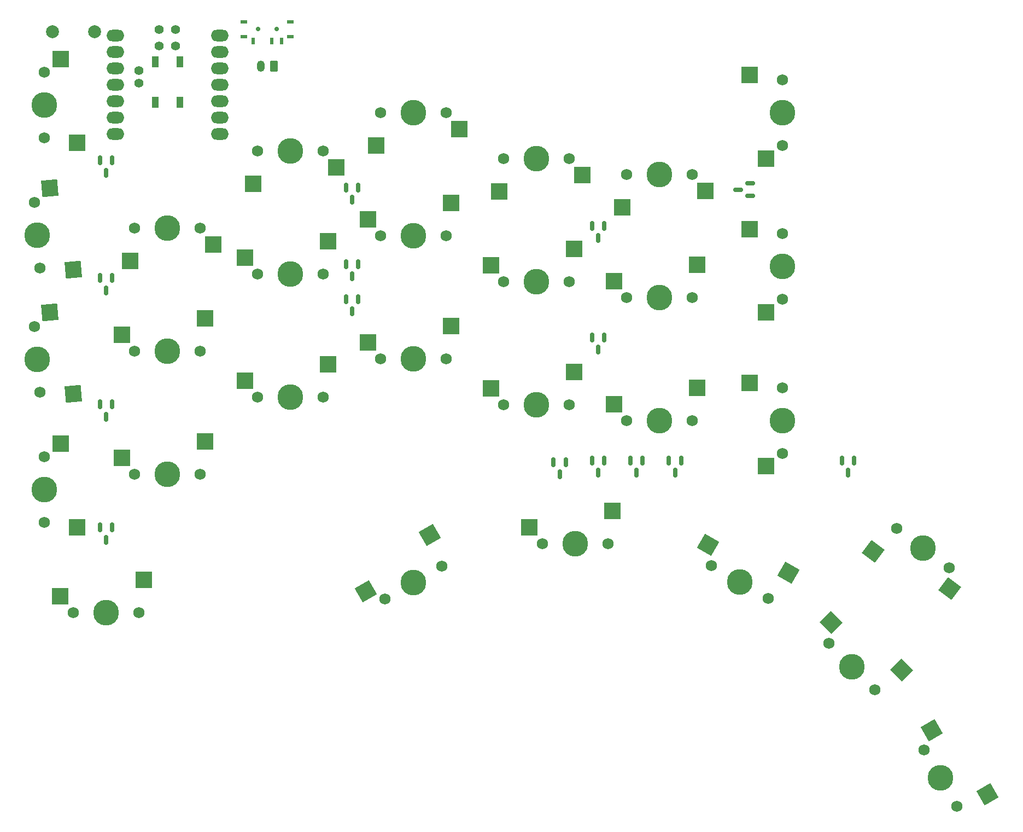
<source format=gbs>
G04 #@! TF.GenerationSoftware,KiCad,Pcbnew,7.0.2*
G04 #@! TF.CreationDate,2023-05-17T12:31:55+02:00*
G04 #@! TF.ProjectId,mykeeb_v7a2_left,6d796b65-6562-45f7-9637-61325f6c6566,rev?*
G04 #@! TF.SameCoordinates,Original*
G04 #@! TF.FileFunction,Soldermask,Bot*
G04 #@! TF.FilePolarity,Negative*
%FSLAX46Y46*%
G04 Gerber Fmt 4.6, Leading zero omitted, Abs format (unit mm)*
G04 Created by KiCad (PCBNEW 7.0.2) date 2023-05-17 12:31:55*
%MOMM*%
%LPD*%
G01*
G04 APERTURE LIST*
G04 Aperture macros list*
%AMRoundRect*
0 Rectangle with rounded corners*
0 $1 Rounding radius*
0 $2 $3 $4 $5 $6 $7 $8 $9 X,Y pos of 4 corners*
0 Add a 4 corners polygon primitive as box body*
4,1,4,$2,$3,$4,$5,$6,$7,$8,$9,$2,$3,0*
0 Add four circle primitives for the rounded corners*
1,1,$1+$1,$2,$3*
1,1,$1+$1,$4,$5*
1,1,$1+$1,$6,$7*
1,1,$1+$1,$8,$9*
0 Add four rect primitives between the rounded corners*
20,1,$1+$1,$2,$3,$4,$5,0*
20,1,$1+$1,$4,$5,$6,$7,0*
20,1,$1+$1,$6,$7,$8,$9,0*
20,1,$1+$1,$8,$9,$2,$3,0*%
%AMRotRect*
0 Rectangle, with rotation*
0 The origin of the aperture is its center*
0 $1 length*
0 $2 width*
0 $3 Rotation angle, in degrees counterclockwise*
0 Add horizontal line*
21,1,$1,$2,0,0,$3*%
G04 Aperture macros list end*
%ADD10O,2.750000X1.800000*%
%ADD11C,1.397000*%
%ADD12R,2.550000X2.500000*%
%ADD13C,1.750000*%
%ADD14C,3.987800*%
%ADD15R,2.500000X2.550000*%
%ADD16RotRect,2.550000X2.500000X30.000000*%
%ADD17RotRect,2.550000X2.500000X143.000000*%
%ADD18RotRect,2.550000X2.500000X330.000000*%
%ADD19RotRect,2.550000X2.500000X300.000000*%
%ADD20RotRect,2.550000X2.500000X275.000000*%
%ADD21C,2.000000*%
%ADD22RotRect,2.550000X2.500000X315.000000*%
%ADD23RoundRect,0.150000X-0.150000X0.587500X-0.150000X-0.587500X0.150000X-0.587500X0.150000X0.587500X0*%
%ADD24R,1.100000X0.600000*%
%ADD25R,1.000000X0.600000*%
%ADD26C,0.700000*%
%ADD27R,0.600000X1.000000*%
%ADD28R,1.000000X1.700000*%
%ADD29RoundRect,0.250000X0.350000X0.625000X-0.350000X0.625000X-0.350000X-0.625000X0.350000X-0.625000X0*%
%ADD30O,1.200000X1.750000*%
%ADD31RoundRect,0.150000X0.587500X0.150000X-0.587500X0.150000X-0.587500X-0.150000X0.587500X-0.150000X0*%
G04 APERTURE END LIST*
D10*
X68105064Y-152400120D03*
X68105064Y-154940120D03*
X68105064Y-157480120D03*
X68105064Y-160020120D03*
X68105064Y-162560120D03*
X68105064Y-165100120D03*
X68105064Y-167640120D03*
X84295064Y-167640120D03*
X84295064Y-165100120D03*
X84295064Y-162560120D03*
X84295064Y-160020120D03*
X84295064Y-157480120D03*
X84295064Y-154940120D03*
X84295064Y-152400120D03*
D11*
X74930064Y-151448120D03*
X77470064Y-151448120D03*
X74930064Y-153988120D03*
X77470064Y-153988120D03*
X71755064Y-159703120D03*
X71755064Y-157798120D03*
D12*
X107215096Y-199866404D03*
D13*
X109220096Y-202406404D03*
D14*
X114300096Y-202406404D03*
D13*
X119380096Y-202406404D03*
D12*
X120115096Y-197326404D03*
X107215096Y-180816404D03*
D13*
X109220096Y-183356404D03*
D14*
X114300096Y-183356404D03*
D13*
X119380096Y-183356404D03*
D12*
X120115096Y-178276404D03*
D15*
X168910096Y-171391404D03*
D13*
X171450096Y-169386404D03*
D14*
X171450096Y-164306404D03*
D13*
X171450096Y-159226404D03*
D15*
X166370096Y-158491404D03*
D12*
X83285096Y-184705804D03*
D13*
X81280096Y-182165804D03*
D14*
X76200096Y-182165804D03*
D13*
X71120096Y-182165804D03*
D12*
X70385096Y-187245804D03*
X159485096Y-176371404D03*
D13*
X157480096Y-173831404D03*
D14*
X152400096Y-173831404D03*
D13*
X147320096Y-173831404D03*
D12*
X146585096Y-178911404D03*
X126265096Y-187960204D03*
D13*
X128270096Y-190500204D03*
D14*
X133350096Y-190500204D03*
D13*
X138430096Y-190500204D03*
D12*
X139165096Y-185420204D03*
D15*
X168910096Y-195203904D03*
D13*
X171450096Y-193198904D03*
D14*
X171450096Y-188118904D03*
D13*
X171450096Y-183038904D03*
D15*
X166370096Y-182303904D03*
X59690096Y-156030804D03*
D13*
X57150096Y-158035804D03*
D14*
X57150096Y-163115804D03*
D13*
X57150096Y-168195804D03*
D15*
X62230096Y-168930804D03*
X168910196Y-219016504D03*
D13*
X171450196Y-217011504D03*
D14*
X171450196Y-211931504D03*
D13*
X171450196Y-206851504D03*
D15*
X166370196Y-206116504D03*
D12*
X69115096Y-198675804D03*
D13*
X71120096Y-201215804D03*
D14*
X76200096Y-201215804D03*
D13*
X81280096Y-201215804D03*
D12*
X82015096Y-196135804D03*
D15*
X59690096Y-215562004D03*
D13*
X57150096Y-217567004D03*
D14*
X57150096Y-222647004D03*
D13*
X57150096Y-227727004D03*
D15*
X62230096Y-228462004D03*
D12*
X126265096Y-207010204D03*
D13*
X128270096Y-209550204D03*
D14*
X133350096Y-209550204D03*
D13*
X138430096Y-209550204D03*
D12*
X139165096Y-204470204D03*
X59590096Y-239157104D03*
D13*
X61595096Y-241697104D03*
D14*
X66675096Y-241697104D03*
D13*
X71755096Y-241697104D03*
D12*
X72490096Y-236617104D03*
X121385096Y-166846404D03*
D13*
X119380096Y-164306404D03*
D14*
X114300096Y-164306404D03*
D13*
X109220096Y-164306404D03*
D12*
X108485096Y-169386404D03*
X132218296Y-228441504D03*
D13*
X134223296Y-230981504D03*
D14*
X139303296Y-230981504D03*
D13*
X144383296Y-230981504D03*
D12*
X145118296Y-225901504D03*
X145315096Y-209391404D03*
D13*
X147320096Y-211931404D03*
D14*
X152400096Y-211931404D03*
D13*
X157480096Y-211931404D03*
D12*
X158215096Y-206851404D03*
D16*
X106894406Y-238348499D03*
D13*
X109900787Y-239545704D03*
D14*
X114300196Y-237005704D03*
D13*
X118699605Y-234465704D03*
D16*
X116796134Y-229698795D03*
D17*
X197317118Y-237956498D03*
D13*
X197244464Y-234721324D03*
D14*
X193187396Y-231664104D03*
D13*
X189130328Y-228606884D03*
D17*
X185486110Y-232221618D03*
D18*
X159940406Y-231221299D03*
D13*
X160406787Y-234423504D03*
D14*
X164806196Y-236963504D03*
D13*
X169205605Y-239503504D03*
D18*
X172382134Y-235471595D03*
D19*
X194515301Y-259889814D03*
D13*
X193318096Y-262896195D03*
D14*
X195858096Y-267295604D03*
D13*
X198398096Y-271695013D03*
D19*
X203165005Y-269791542D03*
D12*
X88165096Y-205819504D03*
D13*
X90170096Y-208359504D03*
D14*
X95250096Y-208359504D03*
D13*
X100330096Y-208359504D03*
D12*
X101065096Y-203279504D03*
X102335096Y-172799504D03*
D13*
X100330096Y-170259504D03*
D14*
X95250096Y-170259504D03*
D13*
X90170096Y-170259504D03*
D12*
X89435096Y-175339504D03*
X88165096Y-186769504D03*
D13*
X90170096Y-189309504D03*
D14*
X95250096Y-189309504D03*
D13*
X100330096Y-189309504D03*
D12*
X101065096Y-184229504D03*
X140435096Y-173990204D03*
D13*
X138430096Y-171450204D03*
D14*
X133350096Y-171450204D03*
D13*
X128270096Y-171450204D03*
D12*
X127535096Y-176530204D03*
D20*
X57936832Y-195188889D03*
D13*
X55581245Y-197407635D03*
D14*
X56023996Y-202468304D03*
D13*
X56466747Y-207528973D03*
D20*
X61591476Y-207818425D03*
D12*
X145315096Y-190341404D03*
D13*
X147320096Y-192881404D03*
D14*
X152400096Y-192881404D03*
D13*
X157480096Y-192881404D03*
D12*
X158215096Y-187801404D03*
X69115096Y-217725804D03*
D13*
X71120096Y-220265804D03*
D14*
X76200096Y-220265804D03*
D13*
X81280096Y-220265804D03*
D12*
X82015096Y-215185804D03*
D21*
X64889117Y-151804815D03*
X58389117Y-151804815D03*
D20*
X57936832Y-176006089D03*
D13*
X55581245Y-178224835D03*
D14*
X56023996Y-183285504D03*
D13*
X56466747Y-188346173D03*
D20*
X61591476Y-188635625D03*
D22*
X178951996Y-243225501D03*
D13*
X178573694Y-246439302D03*
D14*
X182165796Y-250031404D03*
D13*
X185757898Y-253623506D03*
D22*
X189869724Y-250551127D03*
D23*
X103825088Y-187776721D03*
X105725088Y-187776721D03*
X104775088Y-189651721D03*
X65725056Y-209461115D03*
X67625056Y-209461115D03*
X66675056Y-211336115D03*
X180620425Y-218137684D03*
X182520425Y-218137684D03*
X181570425Y-220012684D03*
X103825088Y-193134538D03*
X105725088Y-193134538D03*
X104775088Y-195009538D03*
D24*
X95253202Y-150225876D03*
D25*
X88053202Y-150225876D03*
D26*
X93103202Y-151368876D03*
X90203202Y-151368876D03*
D25*
X95253202Y-152511876D03*
D24*
X88053202Y-152511876D03*
D27*
X89453202Y-153218876D03*
X92353202Y-153218876D03*
X93853202Y-153218876D03*
D28*
X74300064Y-156393884D03*
X74300064Y-162693884D03*
X78100064Y-156393884D03*
X78100064Y-162693884D03*
D23*
X135971950Y-218390810D03*
X137871950Y-218390810D03*
X136921950Y-220265810D03*
X65725056Y-228511131D03*
X67625056Y-228511131D03*
X66675056Y-230386131D03*
X153831340Y-218137684D03*
X155731340Y-218137684D03*
X154781340Y-220012684D03*
X65725056Y-171703270D03*
X67625056Y-171703270D03*
X66675056Y-173578270D03*
D29*
X92678202Y-157093884D03*
D30*
X90678202Y-157093884D03*
D23*
X147878210Y-218137684D03*
X149778210Y-218137684D03*
X148828210Y-220012684D03*
X141925080Y-218137684D03*
X143825080Y-218137684D03*
X142875080Y-220012684D03*
X141925120Y-181823591D03*
X143825120Y-181823591D03*
X142875120Y-183698591D03*
D31*
X166434556Y-175262720D03*
X166434556Y-177162720D03*
X164559556Y-176212720D03*
D23*
X141925080Y-199087668D03*
X143825080Y-199087668D03*
X142875080Y-200962668D03*
X103825048Y-175870461D03*
X105725048Y-175870461D03*
X104775048Y-177745461D03*
X65725056Y-189904847D03*
X67625056Y-189904847D03*
X66675056Y-191779847D03*
M02*

</source>
